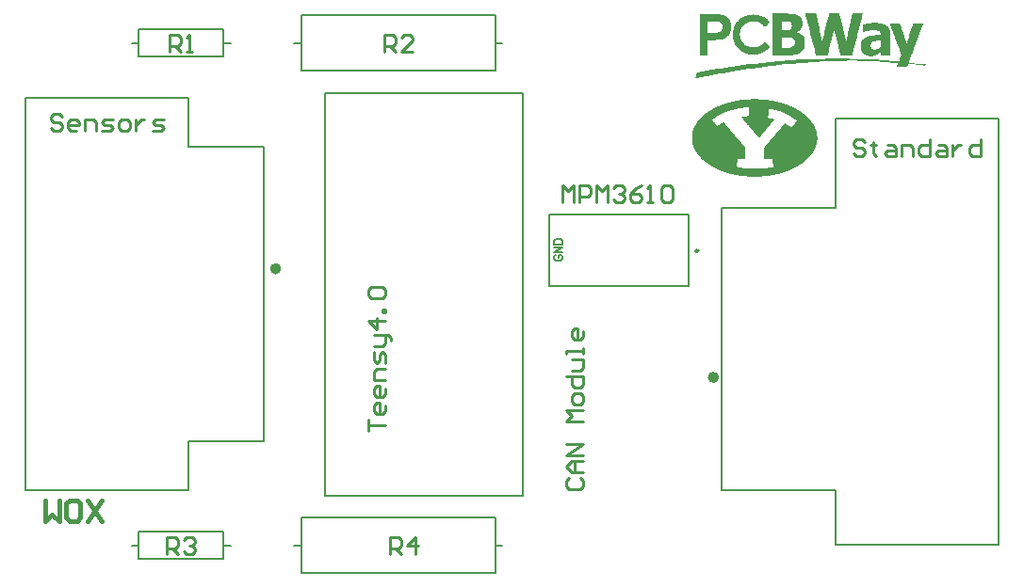
<source format=gbr>
%TF.GenerationSoftware,Altium Limited,Altium Designer,25.1.2 (22)*%
G04 Layer_Color=65535*
%FSLAX45Y45*%
%MOMM*%
%TF.SameCoordinates,4AB4E51C-7D8D-4115-BE14-3C7980B33CB2*%
%TF.FilePolarity,Positive*%
%TF.FileFunction,Legend,Top*%
%TF.Part,Single*%
G01*
G75*
%TA.AperFunction,NonConductor*%
%ADD23C,0.25000*%
%ADD24C,0.50000*%
%ADD25C,0.12700*%
%ADD26C,0.20000*%
%ADD27C,0.15240*%
%ADD28C,0.38100*%
%ADD29C,0.20320*%
%ADD30C,0.25400*%
G36*
X6906106Y5409815D02*
X6940743D01*
Y5405967D01*
X6956136D01*
Y5402118D01*
X6967682D01*
Y5398270D01*
X6975379D01*
Y5394421D01*
X6986924D01*
Y5390573D01*
X6994621D01*
Y5386724D01*
X7002318D01*
Y5382876D01*
X7006167D01*
Y5379027D01*
X7013864D01*
Y5375179D01*
X7017712D01*
Y5371330D01*
X7025409D01*
Y5367482D01*
X7029258D01*
Y5363633D01*
X7033106D01*
Y5359785D01*
X7036955D01*
Y5352088D01*
X7040803D01*
Y5348239D01*
X7044652D01*
Y5344391D01*
X7048500D01*
Y5340543D01*
X7044652D01*
Y5336694D01*
X7040803D01*
Y5332846D01*
X7036955D01*
Y5328997D01*
X7033106D01*
Y5325149D01*
X7029258D01*
Y5321300D01*
X7025409D01*
Y5317452D01*
X7021561D01*
Y5313603D01*
X7017712D01*
Y5309755D01*
X7013864D01*
Y5305906D01*
X7010015D01*
Y5302058D01*
X7002318D01*
Y5305906D01*
X6998470D01*
Y5309755D01*
X6990773D01*
Y5313603D01*
X6986924D01*
Y5317452D01*
X6983076D01*
Y5321300D01*
X6979227D01*
Y5325149D01*
X6971530D01*
Y5328997D01*
X6963833D01*
Y5332846D01*
X6959985D01*
Y5336694D01*
X6948439D01*
Y5340543D01*
X6940743D01*
Y5344391D01*
X6921500D01*
Y5348239D01*
X6875318D01*
Y5344391D01*
X6856076D01*
Y5340543D01*
X6848379D01*
Y5336694D01*
X6840682D01*
Y5332846D01*
X6832985D01*
Y5328997D01*
X6829136D01*
Y5325149D01*
X6825288D01*
Y5321300D01*
X6817591D01*
Y5317452D01*
X6813743D01*
Y5313603D01*
X6809894D01*
Y5309755D01*
X6806046D01*
Y5305906D01*
X6802197D01*
Y5298209D01*
X6798349D01*
Y5294361D01*
X6794500D01*
Y5286664D01*
X6790652D01*
Y5278967D01*
X6786803D01*
Y5267421D01*
X6782955D01*
Y5244330D01*
X6779106D01*
Y5221239D01*
X6782955D01*
Y5198149D01*
X6786803D01*
Y5186603D01*
X6790652D01*
Y5178906D01*
X6794500D01*
Y5171209D01*
X6798349D01*
Y5163512D01*
X6802197D01*
Y5159664D01*
X6806046D01*
Y5155815D01*
X6809894D01*
Y5151967D01*
X6813743D01*
Y5148118D01*
X6817591D01*
Y5144270D01*
X6821439D01*
Y5140421D01*
X6825288D01*
Y5136573D01*
X6832985D01*
Y5132724D01*
X6836833D01*
Y5128876D01*
X6844530D01*
Y5125027D01*
X6856076D01*
Y5121179D01*
X6867621D01*
Y5117330D01*
X6929197D01*
Y5121179D01*
X6944591D01*
Y5125027D01*
X6956136D01*
Y5128876D01*
X6959985D01*
Y5132724D01*
X6967682D01*
Y5136573D01*
X6975379D01*
Y5140421D01*
X6979227D01*
Y5144270D01*
X6983076D01*
Y5148118D01*
X6986924D01*
Y5151967D01*
X6994621D01*
Y5155815D01*
X6998470D01*
Y5159664D01*
X7002318D01*
Y5163512D01*
X7006167D01*
Y5159664D01*
X7010015D01*
Y5155815D01*
X7013864D01*
Y5151967D01*
X7017712D01*
Y5148118D01*
X7021561D01*
Y5144270D01*
X7025409D01*
Y5140421D01*
X7029258D01*
Y5136573D01*
X7033106D01*
Y5132724D01*
X7036955D01*
Y5128876D01*
X7040803D01*
Y5125027D01*
X7044652D01*
Y5113482D01*
X7040803D01*
Y5109633D01*
X7036955D01*
Y5105785D01*
X7033106D01*
Y5101936D01*
X7025409D01*
Y5098088D01*
X7021561D01*
Y5094239D01*
X7017712D01*
Y5090391D01*
X7013864D01*
Y5086543D01*
X7010015D01*
Y5082694D01*
X7002318D01*
Y5078846D01*
X6998470D01*
Y5074997D01*
X6986924D01*
Y5071149D01*
X6983076D01*
Y5067300D01*
X6971530D01*
Y5063452D01*
X6959985D01*
Y5059603D01*
X6944591D01*
Y5055755D01*
X6921500D01*
Y5051906D01*
X6875318D01*
Y5055755D01*
X6852227D01*
Y5059603D01*
X6836833D01*
Y5063452D01*
X6825288D01*
Y5067300D01*
X6817591D01*
Y5071149D01*
X6809894D01*
Y5074997D01*
X6802197D01*
Y5078846D01*
X6794500D01*
Y5082694D01*
X6786803D01*
Y5086543D01*
X6782955D01*
Y5090391D01*
X6779106D01*
Y5094239D01*
X6775258D01*
Y5098088D01*
X6771409D01*
Y5101936D01*
X6767561D01*
Y5105785D01*
X6763712D01*
Y5109633D01*
X6759864D01*
Y5113482D01*
X6756015D01*
Y5117330D01*
X6752167D01*
Y5121179D01*
X6748318D01*
Y5128876D01*
X6744470D01*
Y5132724D01*
X6740621D01*
Y5136573D01*
X6736773D01*
Y5144270D01*
X6732924D01*
Y5151967D01*
X6729076D01*
Y5163512D01*
X6725227D01*
Y5175058D01*
X6721379D01*
Y5190452D01*
X6717530D01*
Y5221239D01*
X6713682D01*
Y5244330D01*
X6717530D01*
Y5275118D01*
X6721379D01*
Y5286664D01*
X6725227D01*
Y5302058D01*
X6729076D01*
Y5309755D01*
X6732924D01*
Y5317452D01*
X6736773D01*
Y5325149D01*
X6740621D01*
Y5328997D01*
X6744470D01*
Y5336694D01*
X6748318D01*
Y5340543D01*
X6752167D01*
Y5344391D01*
X6756015D01*
Y5348239D01*
X6759864D01*
Y5352088D01*
X6763712D01*
Y5359785D01*
X6767561D01*
Y5363633D01*
X6771409D01*
Y5367482D01*
X6775258D01*
Y5371330D01*
X6782955D01*
Y5375179D01*
X6786803D01*
Y5379027D01*
X6790652D01*
Y5382876D01*
X6798349D01*
Y5386724D01*
X6806046D01*
Y5390573D01*
X6813743D01*
Y5394421D01*
X6821439D01*
Y5398270D01*
X6832985D01*
Y5402118D01*
X6844530D01*
Y5405967D01*
X6856076D01*
Y5409815D01*
X6894561D01*
Y5413664D01*
X6906106D01*
Y5409815D01*
D02*
G37*
G36*
X7883621Y5413664D02*
X7879773D01*
Y5398270D01*
X7875924D01*
Y5382876D01*
X7872076D01*
Y5367482D01*
X7868227D01*
Y5352088D01*
X7864379D01*
Y5336694D01*
X7860530D01*
Y5321300D01*
X7856682D01*
Y5305906D01*
X7852833D01*
Y5286664D01*
X7848985D01*
Y5275118D01*
X7845136D01*
Y5259724D01*
X7841288D01*
Y5244330D01*
X7837439D01*
Y5228936D01*
X7833591D01*
Y5209694D01*
X7829743D01*
Y5194300D01*
X7825894D01*
Y5182755D01*
X7822046D01*
Y5167361D01*
X7818197D01*
Y5155815D01*
X7814349D01*
Y5140421D01*
X7810500D01*
Y5125027D01*
X7806652D01*
Y5109633D01*
X7802803D01*
Y5094239D01*
X7798955D01*
Y5074997D01*
X7795106D01*
Y5059603D01*
X7791258D01*
Y5048058D01*
X7787409D01*
Y5044209D01*
X7683500D01*
Y5055755D01*
X7679652D01*
Y5071149D01*
X7675803D01*
Y5086543D01*
X7671955D01*
Y5101936D01*
X7668106D01*
Y5117330D01*
X7664258D01*
Y5132724D01*
X7660409D01*
Y5148118D01*
X7656561D01*
Y5163512D01*
X7652712D01*
Y5178906D01*
X7648864D01*
Y5194300D01*
X7645015D01*
Y5209694D01*
X7641167D01*
Y5221239D01*
X7637318D01*
Y5240482D01*
X7633470D01*
Y5255876D01*
X7629621D01*
Y5263573D01*
X7625773D01*
Y5271270D01*
X7621924D01*
Y5259724D01*
X7618076D01*
Y5244330D01*
X7614227D01*
Y5232785D01*
X7610379D01*
Y5213543D01*
X7606530D01*
Y5198149D01*
X7602682D01*
Y5182755D01*
X7598833D01*
Y5167361D01*
X7594985D01*
Y5151967D01*
X7591136D01*
Y5136573D01*
X7587288D01*
Y5121179D01*
X7583439D01*
Y5105785D01*
X7579591D01*
Y5090391D01*
X7575743D01*
Y5071149D01*
X7571894D01*
Y5055755D01*
X7568046D01*
Y5044209D01*
X7464136D01*
Y5048058D01*
X7460288D01*
Y5063452D01*
X7456439D01*
Y5074997D01*
X7452591D01*
Y5094239D01*
X7448743D01*
Y5109633D01*
X7444894D01*
Y5125027D01*
X7441046D01*
Y5136573D01*
X7437197D01*
Y5148118D01*
X7433349D01*
Y5163512D01*
X7429500D01*
Y5178906D01*
X7425652D01*
Y5194300D01*
X7421803D01*
Y5209694D01*
X7417955D01*
Y5225088D01*
X7414106D01*
Y5240482D01*
X7410258D01*
Y5248179D01*
Y5252027D01*
Y5255876D01*
X7406409D01*
Y5275118D01*
X7402561D01*
Y5286664D01*
X7398712D01*
Y5305906D01*
X7394864D01*
Y5321300D01*
X7391015D01*
Y5332846D01*
X7387167D01*
Y5352088D01*
X7383318D01*
Y5367482D01*
X7379470D01*
Y5382876D01*
X7375621D01*
Y5390573D01*
X7371773D01*
Y5405967D01*
X7367924D01*
Y5421361D01*
X7464136D01*
Y5417512D01*
X7467985D01*
Y5398270D01*
X7471833D01*
Y5379027D01*
X7475682D01*
Y5359785D01*
X7479530D01*
Y5340543D01*
X7483379D01*
Y5321300D01*
X7487227D01*
Y5302058D01*
X7491076D01*
Y5282815D01*
X7494924D01*
Y5263573D01*
X7498773D01*
Y5244330D01*
X7502621D01*
Y5232785D01*
X7506470D01*
Y5213543D01*
X7510318D01*
Y5194300D01*
X7514167D01*
Y5175058D01*
X7518015D01*
Y5178906D01*
X7521864D01*
Y5194300D01*
X7525712D01*
Y5209694D01*
X7529561D01*
Y5225088D01*
X7533409D01*
Y5240482D01*
X7537258D01*
Y5255876D01*
X7541106D01*
Y5271270D01*
X7544955D01*
Y5290512D01*
X7548803D01*
Y5305906D01*
X7552652D01*
Y5321300D01*
X7556500D01*
Y5336694D01*
X7560349D01*
Y5352088D01*
X7564197D01*
Y5363633D01*
X7568046D01*
Y5379027D01*
X7571894D01*
Y5390573D01*
X7575743D01*
Y5405967D01*
X7579591D01*
Y5421361D01*
X7671955D01*
Y5417512D01*
X7675803D01*
Y5402118D01*
X7679652D01*
Y5386724D01*
X7683500D01*
Y5371330D01*
X7687349D01*
Y5352088D01*
X7691197D01*
Y5340543D01*
X7695046D01*
Y5325149D01*
X7698894D01*
Y5309755D01*
X7702743D01*
Y5294361D01*
X7706591D01*
Y5275118D01*
X7710439D01*
Y5259724D01*
X7714288D01*
Y5244330D01*
X7718136D01*
Y5228936D01*
X7721985D01*
Y5209694D01*
X7725833D01*
Y5194300D01*
X7729682D01*
Y5178906D01*
X7733530D01*
Y5175058D01*
X7737379D01*
Y5194300D01*
X7741227D01*
Y5213543D01*
X7745076D01*
Y5228936D01*
X7748924D01*
Y5248179D01*
X7752773D01*
Y5267421D01*
X7756621D01*
Y5278967D01*
X7760470D01*
Y5298209D01*
X7764318D01*
Y5313603D01*
X7768167D01*
Y5332846D01*
X7772015D01*
Y5352088D01*
X7775864D01*
Y5371330D01*
X7779712D01*
Y5386724D01*
X7783561D01*
Y5405967D01*
X7787409D01*
Y5421361D01*
X7883621D01*
Y5413664D01*
D02*
G37*
G36*
X8422409Y5317452D02*
X8418561D01*
Y5305906D01*
X8414712D01*
Y5294361D01*
X8410864D01*
Y5282815D01*
X8407015D01*
Y5271270D01*
X8403167D01*
Y5263573D01*
X8399318D01*
Y5252027D01*
X8395470D01*
Y5240482D01*
X8391621D01*
Y5232785D01*
X8387773D01*
Y5221239D01*
X8383924D01*
Y5213543D01*
X8380076D01*
Y5201997D01*
X8376227D01*
Y5190452D01*
X8372379D01*
Y5178906D01*
X8368530D01*
Y5171209D01*
X8364682D01*
Y5159664D01*
X8360833D01*
Y5148118D01*
X8356985D01*
Y5136573D01*
X8353136D01*
Y5125027D01*
X8349288D01*
Y5117330D01*
X8345439D01*
Y5105785D01*
X8341591D01*
Y5094239D01*
X8337743D01*
Y5082694D01*
X8333894D01*
Y5074997D01*
X8330046D01*
Y5063452D01*
X8326197D01*
Y5055755D01*
X8322349D01*
Y5048058D01*
X8318500D01*
Y5036512D01*
X8314652D01*
Y5024967D01*
X8310803D01*
Y5013421D01*
X8306955D01*
Y5001876D01*
X8303106D01*
Y4994179D01*
X8299258D01*
Y4978785D01*
X8322349D01*
Y4974936D01*
X8353136D01*
Y4971088D01*
X8383924D01*
Y4967239D01*
X8418561D01*
Y4963391D01*
X8453197D01*
Y4959543D01*
X8449349D01*
Y4955694D01*
X8445500D01*
Y4951846D01*
X8430106D01*
Y4955694D01*
X8387773D01*
Y4959543D01*
X8356985D01*
Y4963391D01*
X8314652D01*
Y4967239D01*
X8310803D01*
Y4963391D01*
X8303106D01*
Y4967239D01*
X8291561D01*
Y4963391D01*
X8287712D01*
Y4947997D01*
X8283864D01*
Y4940300D01*
X8187652D01*
Y4947997D01*
X8191500D01*
Y4959543D01*
X8195349D01*
Y4967239D01*
X8199197D01*
Y4974936D01*
X8176106D01*
Y4978785D01*
X8126076D01*
Y4982633D01*
X8083743D01*
Y4986482D01*
X8033712D01*
Y4990330D01*
X7956743D01*
Y4994179D01*
X7837439D01*
Y4998027D01*
X7737379D01*
Y4994179D01*
X7598833D01*
Y4990330D01*
X7498773D01*
Y4986482D01*
X7441046D01*
Y4982633D01*
X7391015D01*
Y4978785D01*
X7329439D01*
Y4974936D01*
X7283258D01*
Y4971088D01*
X7244773D01*
Y4967239D01*
X7202439D01*
Y4963391D01*
X7156258D01*
Y4959543D01*
X7137015D01*
Y4955694D01*
X7106227D01*
Y4951846D01*
X7067743D01*
Y4947997D01*
X7033106D01*
Y4944149D01*
X7010015D01*
Y4940300D01*
X6975379D01*
Y4936452D01*
X6940743D01*
Y4932603D01*
X6917652D01*
Y4928755D01*
X6890712D01*
Y4924906D01*
X6859924D01*
Y4921058D01*
X6836833D01*
Y4917209D01*
X6813743D01*
Y4913361D01*
X6786803D01*
Y4909512D01*
X6759864D01*
Y4905664D01*
X6736773D01*
Y4901815D01*
X6713682D01*
Y4897967D01*
X6686743D01*
Y4894118D01*
X6663652D01*
Y4890270D01*
X6652106D01*
Y4886421D01*
X6625167D01*
Y4882573D01*
X6602076D01*
Y4878724D01*
X6582833D01*
Y4874876D01*
X6559743D01*
Y4871027D01*
X6536652D01*
Y4867179D01*
X6517409D01*
Y4863330D01*
X6502015D01*
Y4859482D01*
X6475076D01*
Y4855633D01*
X6455833D01*
Y4851785D01*
X6436591D01*
Y4847936D01*
X6409652D01*
Y4844088D01*
X6394258D01*
Y4840239D01*
X6378864D01*
Y4851785D01*
X6382712D01*
Y4871027D01*
X6386561D01*
Y4886421D01*
X6390409D01*
Y4890270D01*
X6398106D01*
Y4894118D01*
X6417349D01*
Y4897967D01*
X6436591D01*
Y4901815D01*
X6463530D01*
Y4905664D01*
X6482773D01*
Y4909512D01*
X6502015D01*
Y4913361D01*
X6528955D01*
Y4917209D01*
X6555894D01*
Y4921058D01*
X6575136D01*
Y4924906D01*
X6602076D01*
Y4928755D01*
X6629015D01*
Y4932603D01*
X6652106D01*
Y4936452D01*
X6675197D01*
Y4940300D01*
X6705985D01*
Y4944149D01*
X6732924D01*
Y4947997D01*
X6759864D01*
Y4951846D01*
X6786803D01*
Y4955694D01*
X6809894D01*
Y4959543D01*
X6836833D01*
Y4963391D01*
X6867621D01*
Y4967239D01*
X6906106D01*
Y4971088D01*
X6933046D01*
Y4974936D01*
X6936894D01*
Y4971088D01*
X6940743D01*
Y4974936D01*
X6967682D01*
Y4978785D01*
X7013864D01*
Y4982633D01*
X7052349D01*
Y4986482D01*
X7090833D01*
Y4990330D01*
X7129318D01*
Y4994179D01*
X7183197D01*
Y4998027D01*
X7233227D01*
Y5001876D01*
X7283258D01*
Y5005724D01*
X7356379D01*
Y5009573D01*
X7433349D01*
Y5013421D01*
X7548803D01*
Y5017270D01*
X7768167D01*
Y5013421D01*
X7868227D01*
Y5009573D01*
X7872076D01*
Y5013421D01*
X7879773D01*
Y5009573D01*
X7960591D01*
Y5005724D01*
X8029864D01*
Y5001876D01*
X8076046D01*
Y4998027D01*
X8118379D01*
Y4994179D01*
X8172258D01*
Y4990330D01*
X8206894D01*
Y4994179D01*
X8210743D01*
Y5005724D01*
X8214591D01*
Y5017270D01*
X8218439D01*
Y5024967D01*
X8222288D01*
Y5036512D01*
X8226136D01*
Y5044209D01*
X8229985D01*
Y5055755D01*
X8226136D01*
Y5067300D01*
X8222288D01*
Y5074997D01*
X8218439D01*
Y5086543D01*
X8214591D01*
Y5098088D01*
X8210743D01*
Y5109633D01*
X8206894D01*
Y5117330D01*
X8203046D01*
Y5128876D01*
X8199197D01*
Y5136573D01*
X8195349D01*
Y5148118D01*
X8191500D01*
Y5155815D01*
X8187652D01*
Y5167361D01*
X8183803D01*
Y5178906D01*
X8179955D01*
Y5190452D01*
X8176106D01*
Y5198149D01*
X8172258D01*
Y5209694D01*
X8168409D01*
Y5217391D01*
X8164561D01*
Y5228936D01*
X8160712D01*
Y5240482D01*
X8156864D01*
Y5252027D01*
X8153015D01*
Y5259724D01*
X8149167D01*
Y5271270D01*
X8145318D01*
Y5282815D01*
X8141470D01*
Y5294361D01*
X8137621D01*
Y5302058D01*
X8133773D01*
Y5309755D01*
X8129924D01*
Y5321300D01*
X8126076D01*
Y5328997D01*
X8218439D01*
Y5325149D01*
X8222288D01*
Y5313603D01*
X8226136D01*
Y5302058D01*
X8229985D01*
Y5286664D01*
X8233833D01*
Y5275118D01*
X8237682D01*
Y5263573D01*
X8241530D01*
Y5252027D01*
X8245379D01*
Y5240482D01*
X8249227D01*
Y5228936D01*
X8253076D01*
Y5217391D01*
X8256924D01*
Y5205846D01*
X8260773D01*
Y5194300D01*
X8264621D01*
Y5186603D01*
X8268470D01*
Y5175058D01*
X8272318D01*
Y5163512D01*
X8276167D01*
Y5155815D01*
X8280015D01*
Y5159664D01*
X8283864D01*
Y5175058D01*
X8287712D01*
Y5186603D01*
X8291561D01*
Y5198149D01*
X8295409D01*
Y5209694D01*
X8299258D01*
Y5221239D01*
X8303106D01*
Y5236633D01*
X8306955D01*
Y5248179D01*
X8310803D01*
Y5259724D01*
X8314652D01*
Y5271270D01*
X8318500D01*
Y5286664D01*
X8322349D01*
Y5298209D01*
X8326197D01*
Y5309755D01*
X8330046D01*
Y5317452D01*
X8333894D01*
Y5328997D01*
X8422409D01*
Y5317452D01*
D02*
G37*
G36*
X8022167Y5332846D02*
X8049106D01*
Y5328997D01*
X8064500D01*
Y5325149D01*
X8076046D01*
Y5321300D01*
X8083743D01*
Y5317452D01*
X8091439D01*
Y5313603D01*
X8095288D01*
Y5309755D01*
X8102985D01*
Y5305906D01*
X8106833D01*
Y5302058D01*
X8110682D01*
Y5298209D01*
X8114530D01*
Y5290512D01*
X8118379D01*
Y5282815D01*
X8122227D01*
Y5271270D01*
X8126076D01*
Y5252027D01*
X8129924D01*
Y5044209D01*
X8041409D01*
Y5051906D01*
Y5055755D01*
Y5071149D01*
X8037561D01*
Y5067300D01*
X8029864D01*
Y5063452D01*
X8026015D01*
Y5059603D01*
X8022167D01*
Y5055755D01*
X8014470D01*
Y5051906D01*
X8006773D01*
Y5048058D01*
X7999076D01*
Y5044209D01*
X7991379D01*
Y5040361D01*
X7975985D01*
Y5036512D01*
X7933652D01*
Y5040361D01*
X7918258D01*
Y5044209D01*
X7910561D01*
Y5048058D01*
X7902864D01*
Y5051906D01*
X7899015D01*
Y5055755D01*
X7895167D01*
Y5059603D01*
X7887470D01*
Y5063452D01*
X7883621D01*
Y5067300D01*
X7879773D01*
Y5074997D01*
X7875924D01*
Y5078846D01*
X7872076D01*
Y5086543D01*
X7868227D01*
Y5101936D01*
X7864379D01*
Y5151967D01*
X7868227D01*
Y5167361D01*
X7872076D01*
Y5175058D01*
X7875924D01*
Y5178906D01*
X7879773D01*
Y5186603D01*
X7887470D01*
Y5190452D01*
X7891318D01*
Y5194300D01*
X7895167D01*
Y5198149D01*
X7899015D01*
Y5201997D01*
X7906712D01*
Y5205846D01*
X7914409D01*
Y5209694D01*
X7922106D01*
Y5213543D01*
X7933652D01*
Y5217391D01*
X7949046D01*
Y5221239D01*
X7968288D01*
Y5225088D01*
X7991379D01*
Y5228936D01*
X8033712D01*
Y5232785D01*
X8041409D01*
Y5248179D01*
X8037561D01*
Y5255876D01*
X8033712D01*
Y5259724D01*
X8029864D01*
Y5263573D01*
X8026015D01*
Y5267421D01*
X8014470D01*
Y5271270D01*
X7987530D01*
Y5275118D01*
X7964439D01*
Y5271270D01*
X7941349D01*
Y5267421D01*
X7925955D01*
Y5263573D01*
X7914409D01*
Y5259724D01*
X7902864D01*
Y5255876D01*
X7895167D01*
Y5252027D01*
X7891318D01*
Y5255876D01*
X7887470D01*
Y5321300D01*
X7891318D01*
Y5325149D01*
X7906712D01*
Y5328997D01*
X7929803D01*
Y5332846D01*
X7960591D01*
Y5336694D01*
X8022167D01*
Y5332846D01*
D02*
G37*
G36*
X7217833Y5417512D02*
X7267864D01*
Y5413664D01*
X7283258D01*
Y5409815D01*
X7294803D01*
Y5405967D01*
X7302500D01*
Y5402118D01*
X7306349D01*
Y5398270D01*
X7314046D01*
Y5394421D01*
X7317894D01*
Y5390573D01*
X7321743D01*
Y5386724D01*
X7325591D01*
Y5382876D01*
X7329439D01*
Y5379027D01*
X7333288D01*
Y5371330D01*
X7337136D01*
Y5359785D01*
X7340985D01*
Y5340543D01*
X7344833D01*
Y5325149D01*
X7340985D01*
Y5305906D01*
X7337136D01*
Y5294361D01*
X7333288D01*
Y5286664D01*
X7329439D01*
Y5278967D01*
X7325591D01*
Y5275118D01*
X7321743D01*
Y5271270D01*
X7317894D01*
Y5267421D01*
X7314046D01*
Y5263573D01*
X7306349D01*
Y5259724D01*
X7302500D01*
Y5255876D01*
X7294803D01*
Y5248179D01*
X7306349D01*
Y5244330D01*
X7317894D01*
Y5240482D01*
X7325591D01*
Y5236633D01*
X7329439D01*
Y5232785D01*
X7337136D01*
Y5228936D01*
X7340985D01*
Y5225088D01*
X7344833D01*
Y5221239D01*
X7348682D01*
Y5213543D01*
X7352530D01*
Y5209694D01*
X7356379D01*
Y5198149D01*
X7360227D01*
Y5113482D01*
X7356379D01*
Y5105785D01*
X7352530D01*
Y5098088D01*
X7348682D01*
Y5094239D01*
X7344833D01*
Y5086543D01*
X7340985D01*
Y5082694D01*
X7337136D01*
Y5078846D01*
X7333288D01*
Y5074997D01*
X7329439D01*
Y5071149D01*
X7321743D01*
Y5067300D01*
X7317894D01*
Y5063452D01*
X7310197D01*
Y5059603D01*
X7302500D01*
Y5055755D01*
X7290955D01*
Y5051906D01*
X7279409D01*
Y5048058D01*
X7260167D01*
Y5044209D01*
X7067743D01*
Y5417512D01*
X7071591D01*
Y5421361D01*
X7217833D01*
Y5417512D01*
D02*
G37*
G36*
X6609773Y5409815D02*
X6629015D01*
Y5405967D01*
X6640561D01*
Y5402118D01*
X6648258D01*
Y5398270D01*
X6655955D01*
Y5394421D01*
X6659803D01*
Y5390573D01*
X6663652D01*
Y5386724D01*
X6667500D01*
Y5382876D01*
X6671349D01*
Y5379027D01*
X6675197D01*
Y5375179D01*
X6679046D01*
Y5371330D01*
X6682894D01*
Y5367482D01*
X6686743D01*
Y5359785D01*
X6690591D01*
Y5348239D01*
X6694439D01*
Y5336694D01*
X6698288D01*
Y5313603D01*
X6702136D01*
Y5286664D01*
X6698288D01*
Y5263573D01*
X6694439D01*
Y5252027D01*
X6690591D01*
Y5244330D01*
X6686743D01*
Y5236633D01*
X6682894D01*
Y5232785D01*
X6679046D01*
Y5225088D01*
X6675197D01*
Y5221239D01*
X6671349D01*
Y5217391D01*
X6667500D01*
Y5213543D01*
X6663652D01*
Y5209694D01*
X6655955D01*
Y5205846D01*
X6652106D01*
Y5201997D01*
X6644409D01*
Y5198149D01*
X6636712D01*
Y5194300D01*
X6629015D01*
Y5190452D01*
X6613621D01*
Y5186603D01*
X6563591D01*
Y5182755D01*
X6490470D01*
Y5044209D01*
X6417349D01*
Y5067300D01*
Y5071149D01*
Y5413664D01*
X6609773D01*
Y5409815D01*
D02*
G37*
G36*
X6943054Y4649142D02*
X6975144D01*
Y4647359D01*
X6976927D01*
Y4649142D01*
X6978710D01*
Y4647359D01*
X7001886D01*
Y4645576D01*
X7017932D01*
Y4643793D01*
X7030411D01*
Y4642010D01*
X7041108D01*
Y4640227D01*
X7055371D01*
Y4638445D01*
X7066068D01*
Y4636662D01*
X7076764D01*
Y4634879D01*
X7083896D01*
Y4633096D01*
X7091027D01*
Y4631313D01*
X7101724D01*
Y4629530D01*
X7108855D01*
Y4627748D01*
X7117769D01*
Y4625965D01*
X7123117D01*
Y4624182D01*
X7128466D01*
Y4622399D01*
X7137380D01*
Y4620617D01*
X7144511D01*
Y4618834D01*
X7149859D01*
Y4617051D01*
X7155208D01*
Y4615268D01*
X7162339D01*
Y4613485D01*
X7167688D01*
Y4611702D01*
X7173036D01*
Y4609920D01*
X7178384D01*
Y4608137D01*
X7181950D01*
Y4606354D01*
X7189081D01*
Y4604571D01*
X7194430D01*
Y4602788D01*
X7199778D01*
Y4601006D01*
X7203344D01*
Y4599223D01*
X7206909D01*
Y4597440D01*
X7212258D01*
Y4595657D01*
X7217606D01*
Y4593874D01*
X7222955D01*
Y4592092D01*
X7224737D01*
Y4590309D01*
X7230086D01*
Y4588526D01*
X7233652D01*
Y4586743D01*
X7239000D01*
Y4584960D01*
X7242566D01*
Y4583178D01*
X7246131D01*
Y4581395D01*
X7249697D01*
Y4579612D01*
X7255045D01*
Y4577829D01*
X7258611D01*
Y4576046D01*
X7260394D01*
Y4574264D01*
X7263959D01*
Y4572481D01*
X7269308D01*
Y4570698D01*
X7272873D01*
Y4568915D01*
X7276439D01*
Y4567132D01*
X7278222D01*
Y4565350D01*
X7281787D01*
Y4563567D01*
X7285353D01*
Y4561784D01*
X7288919D01*
Y4560001D01*
X7292484D01*
Y4558218D01*
X7294267D01*
Y4556435D01*
X7297832D01*
Y4554653D01*
X7301398D01*
Y4552870D01*
X7304964D01*
Y4551087D01*
X7306747D01*
Y4549304D01*
X7310312D01*
Y4547522D01*
X7312095D01*
Y4545739D01*
X7315661D01*
Y4543956D01*
X7319226D01*
Y4542173D01*
X7321009D01*
Y4540390D01*
X7322792D01*
Y4538607D01*
X7326357D01*
Y4536825D01*
X7328140D01*
Y4535042D01*
X7331706D01*
Y4533259D01*
X7333489D01*
Y4531476D01*
X7335272D01*
Y4529693D01*
X7338837D01*
Y4527910D01*
X7342403D01*
Y4526128D01*
X7344185D01*
Y4524345D01*
X7345968D01*
Y4522562D01*
X7347751D01*
Y4520779D01*
X7351317D01*
Y4518997D01*
X7353100D01*
Y4517214D01*
X7354882D01*
Y4515431D01*
X7356665D01*
Y4513648D01*
X7360231D01*
Y4511865D01*
X7362014D01*
Y4510082D01*
X7363797D01*
Y4508300D01*
X7365579D01*
Y4506517D01*
X7367362D01*
Y4504734D01*
X7370928D01*
Y4502951D01*
X7372710D01*
Y4501169D01*
X7374493D01*
Y4499386D01*
X7376276D01*
Y4497603D01*
X7378059D01*
Y4495820D01*
X7379842D01*
Y4494037D01*
X7381625D01*
Y4492254D01*
X7383407D01*
Y4490472D01*
X7385190D01*
Y4488689D01*
X7386973D01*
Y4486906D01*
X7388756D01*
Y4485123D01*
X7390538D01*
Y4483340D01*
X7392321D01*
Y4481557D01*
X7394104D01*
Y4479775D01*
X7395887D01*
Y4477992D01*
X7397670D01*
Y4476209D01*
X7399453D01*
Y4474426D01*
X7401235D01*
Y4472644D01*
X7403018D01*
Y4470861D01*
X7404801D01*
Y4469078D01*
X7406584D01*
Y4467295D01*
X7408367D01*
Y4465512D01*
X7410150D01*
Y4461947D01*
X7411932D01*
Y4460164D01*
X7413715D01*
Y4458381D01*
X7415498D01*
Y4456598D01*
X7417281D01*
Y4453033D01*
X7419063D01*
Y4451250D01*
X7420846D01*
Y4449467D01*
X7422629D01*
Y4445901D01*
X7424412D01*
Y4444119D01*
X7426195D01*
Y4442336D01*
X7427978D01*
Y4438770D01*
X7429760D01*
Y4436987D01*
X7431543D01*
Y4435204D01*
X7433326D01*
Y4431639D01*
X7435109D01*
Y4429856D01*
X7436892D01*
Y4426291D01*
X7438674D01*
Y4422725D01*
X7440457D01*
Y4419159D01*
X7442240D01*
Y4417376D01*
X7444023D01*
Y4413811D01*
X7445806D01*
Y4410245D01*
X7447588D01*
Y4406680D01*
X7449371D01*
Y4403114D01*
X7451154D01*
Y4399548D01*
X7452937D01*
Y4395983D01*
X7454720D01*
Y4390634D01*
X7456502D01*
Y4387069D01*
X7458285D01*
Y4383503D01*
X7460068D01*
Y4378155D01*
X7461851D01*
Y4372806D01*
X7463634D01*
Y4365675D01*
X7465416D01*
Y4360327D01*
X7467199D01*
Y4353196D01*
X7468982D01*
Y4346064D01*
X7470765D01*
Y4335367D01*
X7472548D01*
Y4317539D01*
X7474330D01*
Y4285449D01*
X7472548D01*
Y4267621D01*
X7470765D01*
Y4256924D01*
X7468982D01*
Y4248010D01*
X7467199D01*
Y4242661D01*
X7465416D01*
Y4237313D01*
X7463634D01*
Y4230182D01*
X7461851D01*
Y4224833D01*
X7460068D01*
Y4219485D01*
X7458285D01*
Y4215919D01*
X7456502D01*
Y4212354D01*
X7454720D01*
Y4207005D01*
X7452937D01*
Y4203440D01*
X7451154D01*
Y4199874D01*
X7449371D01*
Y4196308D01*
X7447588D01*
Y4192743D01*
X7445806D01*
Y4189177D01*
X7444023D01*
Y4185611D01*
X7442240D01*
Y4183829D01*
X7440457D01*
Y4180263D01*
X7438674D01*
Y4176698D01*
X7436892D01*
Y4174915D01*
X7435109D01*
Y4171349D01*
X7433326D01*
Y4167783D01*
X7431543D01*
Y4166001D01*
X7429760D01*
Y4164218D01*
X7427978D01*
Y4160652D01*
X7426195D01*
Y4158870D01*
X7424412D01*
Y4157087D01*
X7422629D01*
Y4153521D01*
X7420846D01*
Y4151738D01*
X7419063D01*
Y4149955D01*
X7417281D01*
Y4146390D01*
X7415498D01*
Y4144607D01*
X7413715D01*
Y4142824D01*
X7411932D01*
Y4141041D01*
X7410150D01*
Y4137476D01*
X7408367D01*
Y4135693D01*
X7406584D01*
Y4133910D01*
X7404801D01*
Y4132127D01*
X7403018D01*
Y4130345D01*
X7401235D01*
Y4128562D01*
X7399453D01*
Y4126779D01*
X7397670D01*
Y4124996D01*
X7395887D01*
Y4123213D01*
X7394104D01*
Y4121430D01*
X7392321D01*
Y4119648D01*
X7390538D01*
Y4117865D01*
X7388756D01*
Y4116082D01*
X7386973D01*
Y4114299D01*
X7385190D01*
Y4112516D01*
X7383407D01*
Y4110733D01*
X7381625D01*
Y4108951D01*
X7379842D01*
Y4107168D01*
X7378059D01*
Y4105385D01*
X7376276D01*
Y4103602D01*
X7374493D01*
Y4101820D01*
X7372710D01*
Y4100037D01*
X7369145D01*
Y4098254D01*
X7367362D01*
Y4096471D01*
X7365579D01*
Y4094688D01*
X7363797D01*
Y4092905D01*
X7362014D01*
Y4091123D01*
X7360231D01*
Y4089340D01*
X7356665D01*
Y4087557D01*
X7354882D01*
Y4085774D01*
X7353100D01*
Y4083992D01*
X7349534D01*
Y4082209D01*
X7347751D01*
Y4080426D01*
X7345968D01*
Y4078643D01*
X7344185D01*
Y4076860D01*
X7340620D01*
Y4075077D01*
X7338837D01*
Y4073295D01*
X7335272D01*
Y4071512D01*
X7333489D01*
Y4069729D01*
X7331706D01*
Y4067946D01*
X7328140D01*
Y4066163D01*
X7326357D01*
Y4064380D01*
X7322792D01*
Y4062598D01*
X7321009D01*
Y4060815D01*
X7317443D01*
Y4059032D01*
X7315661D01*
Y4057249D01*
X7312095D01*
Y4055467D01*
X7308529D01*
Y4053684D01*
X7306747D01*
Y4051901D01*
X7303181D01*
Y4050118D01*
X7299615D01*
Y4048335D01*
X7296050D01*
Y4046552D01*
X7294267D01*
Y4044770D01*
X7292484D01*
Y4042987D01*
X7288919D01*
Y4041204D01*
X7285353D01*
Y4039421D01*
X7281787D01*
Y4037638D01*
X7278222D01*
Y4035856D01*
X7274656D01*
Y4034073D01*
X7271090D01*
Y4032290D01*
X7267525D01*
Y4030507D01*
X7263959D01*
Y4028724D01*
X7260394D01*
Y4026942D01*
X7258611D01*
Y4025159D01*
X7253262D01*
Y4023376D01*
X7249697D01*
Y4021593D01*
X7246131D01*
Y4019810D01*
X7242566D01*
Y4018028D01*
X7239000D01*
Y4016245D01*
X7233652D01*
Y4014462D01*
X7228303D01*
Y4012679D01*
X7224737D01*
Y4010896D01*
X7221172D01*
Y4009114D01*
X7217606D01*
Y4007331D01*
X7212258D01*
Y4005548D01*
X7206909D01*
Y4003765D01*
X7203344D01*
Y4001982D01*
X7197995D01*
Y4000200D01*
X7194430D01*
Y3998417D01*
X7189081D01*
Y3996634D01*
X7181950D01*
Y3994851D01*
X7178384D01*
Y3993068D01*
X7173036D01*
Y3991285D01*
X7167688D01*
Y3989503D01*
X7160556D01*
Y3987720D01*
X7155208D01*
Y3985937D01*
X7149859D01*
Y3984154D01*
X7144511D01*
Y3982372D01*
X7137380D01*
Y3980589D01*
X7128466D01*
Y3978806D01*
X7123117D01*
Y3977023D01*
X7117769D01*
Y3975240D01*
X7108855D01*
Y3973457D01*
X7099941D01*
Y3971675D01*
X7091027D01*
Y3969892D01*
X7083896D01*
Y3968109D01*
X7074982D01*
Y3966326D01*
X7064285D01*
Y3964543D01*
X7051805D01*
Y3962760D01*
X7039326D01*
Y3960978D01*
X7030411D01*
Y3959195D01*
X7016149D01*
Y3957412D01*
X7000104D01*
Y3955629D01*
X6976927D01*
Y3953847D01*
X6943054D01*
Y3952064D01*
X6878873D01*
Y3953847D01*
X6877090D01*
Y3952064D01*
X6875307D01*
Y3953847D01*
X6845000D01*
Y3955629D01*
X6820040D01*
Y3957412D01*
X6803995D01*
Y3959195D01*
X6791515D01*
Y3960978D01*
X6780818D01*
Y3962760D01*
X6766556D01*
Y3964543D01*
X6755859D01*
Y3966326D01*
X6745162D01*
Y3968109D01*
X6736248D01*
Y3969892D01*
X6730900D01*
Y3971675D01*
X6720203D01*
Y3973457D01*
X6711289D01*
Y3975240D01*
X6704158D01*
Y3977023D01*
X6698809D01*
Y3978806D01*
X6691678D01*
Y3980589D01*
X6684547D01*
Y3982372D01*
X6677416D01*
Y3984154D01*
X6670284D01*
Y3985937D01*
X6664936D01*
Y3987720D01*
X6659587D01*
Y3989503D01*
X6652456D01*
Y3991285D01*
X6647108D01*
Y3993068D01*
X6641759D01*
Y3994851D01*
X6638194D01*
Y3996634D01*
X6632845D01*
Y3998417D01*
X6627497D01*
Y4000200D01*
X6622149D01*
Y4001982D01*
X6618583D01*
Y4003765D01*
X6613234D01*
Y4005548D01*
X6609669D01*
Y4007331D01*
X6604320D01*
Y4009114D01*
X6598972D01*
Y4010896D01*
X6595406D01*
Y4012679D01*
X6591841D01*
Y4014462D01*
X6588275D01*
Y4016245D01*
X6582927D01*
Y4018028D01*
X6579361D01*
Y4019810D01*
X6575796D01*
Y4021593D01*
X6572230D01*
Y4023376D01*
X6566881D01*
Y4025159D01*
X6563316D01*
Y4026942D01*
X6559750D01*
Y4028724D01*
X6556184D01*
Y4030507D01*
X6552619D01*
Y4032290D01*
X6549053D01*
Y4034073D01*
X6545488D01*
Y4035856D01*
X6543705D01*
Y4037638D01*
X6540139D01*
Y4039421D01*
X6536574D01*
Y4041204D01*
X6533008D01*
Y4042987D01*
X6529443D01*
Y4044770D01*
X6527660D01*
Y4046552D01*
X6524094D01*
Y4048335D01*
X6520528D01*
Y4050118D01*
X6516963D01*
Y4051901D01*
X6515180D01*
Y4053684D01*
X6511614D01*
Y4055467D01*
X6509832D01*
Y4057249D01*
X6506266D01*
Y4059032D01*
X6502700D01*
Y4060815D01*
X6500918D01*
Y4062598D01*
X6497352D01*
Y4064380D01*
X6495569D01*
Y4066163D01*
X6492004D01*
Y4067946D01*
X6490221D01*
Y4069729D01*
X6486655D01*
Y4071512D01*
X6484872D01*
Y4073295D01*
X6483089D01*
Y4075077D01*
X6479524D01*
Y4076860D01*
X6477741D01*
Y4078643D01*
X6475958D01*
Y4080426D01*
X6472393D01*
Y4082209D01*
X6470610D01*
Y4083992D01*
X6468827D01*
Y4085774D01*
X6465261D01*
Y4087557D01*
X6463479D01*
Y4089340D01*
X6461696D01*
Y4091123D01*
X6459913D01*
Y4092905D01*
X6456348D01*
Y4094688D01*
X6454565D01*
Y4096471D01*
X6452782D01*
Y4098254D01*
X6450999D01*
Y4100037D01*
X6449216D01*
Y4101820D01*
X6447433D01*
Y4103602D01*
X6445651D01*
Y4105385D01*
X6443868D01*
Y4107168D01*
X6440302D01*
Y4108951D01*
X6438519D01*
Y4110733D01*
X6436736D01*
Y4112516D01*
X6434954D01*
Y4116082D01*
X6431388D01*
Y4117865D01*
X6429605D01*
Y4119648D01*
X6427823D01*
Y4121430D01*
X6426040D01*
Y4123213D01*
X6424257D01*
Y4124996D01*
X6422474D01*
Y4126779D01*
X6420691D01*
Y4130345D01*
X6418908D01*
Y4132127D01*
X6417126D01*
Y4133910D01*
X6415343D01*
Y4135693D01*
X6413560D01*
Y4137476D01*
X6411777D01*
Y4139258D01*
X6409994D01*
Y4142824D01*
X6408211D01*
Y4144607D01*
X6406429D01*
Y4146390D01*
X6404646D01*
Y4148173D01*
X6402863D01*
Y4149955D01*
X6401080D01*
Y4153521D01*
X6399298D01*
Y4155304D01*
X6397515D01*
Y4157087D01*
X6395732D01*
Y4160652D01*
X6393949D01*
Y4162435D01*
X6392166D01*
Y4166001D01*
X6390383D01*
Y4167783D01*
X6388601D01*
Y4169566D01*
X6386818D01*
Y4173132D01*
X6385035D01*
Y4176698D01*
X6383252D01*
Y4178480D01*
X6381470D01*
Y4182046D01*
X6379687D01*
Y4183829D01*
X6377904D01*
Y4189177D01*
X6376121D01*
Y4192743D01*
X6374338D01*
Y4194526D01*
X6372555D01*
Y4198091D01*
X6370773D01*
Y4201657D01*
X6368990D01*
Y4207005D01*
X6367207D01*
Y4210571D01*
X6365424D01*
Y4214136D01*
X6363641D01*
Y4217702D01*
X6361858D01*
Y4223050D01*
X6360076D01*
Y4230182D01*
X6358293D01*
Y4233747D01*
X6356510D01*
Y4239096D01*
X6354727D01*
Y4246227D01*
X6352945D01*
Y4253358D01*
X6351162D01*
Y4262272D01*
X6349379D01*
Y4276535D01*
X6347596D01*
Y4326453D01*
X6349379D01*
Y4340716D01*
X6351162D01*
Y4349630D01*
X6352945D01*
Y4356761D01*
X6354727D01*
Y4363892D01*
X6356510D01*
Y4369241D01*
X6358293D01*
Y4374589D01*
X6360076D01*
Y4379938D01*
X6361858D01*
Y4385286D01*
X6363641D01*
Y4388852D01*
X6365424D01*
Y4392417D01*
X6367207D01*
Y4397766D01*
X6368990D01*
Y4401331D01*
X6370773D01*
Y4404897D01*
X6372555D01*
Y4408462D01*
X6374338D01*
Y4412028D01*
X6376121D01*
Y4415594D01*
X6377904D01*
Y4419159D01*
X6379687D01*
Y4420942D01*
X6381470D01*
Y4424508D01*
X6383252D01*
Y4428073D01*
X6385035D01*
Y4429856D01*
X6386818D01*
Y4433422D01*
X6388601D01*
Y4435204D01*
X6390383D01*
Y4436987D01*
X6392166D01*
Y4440553D01*
X6393949D01*
Y4444119D01*
X6395732D01*
Y4445901D01*
X6397515D01*
Y4447684D01*
X6399298D01*
Y4449467D01*
X6401080D01*
Y4453033D01*
X6402863D01*
Y4454815D01*
X6404646D01*
Y4458381D01*
X6406429D01*
Y4460164D01*
X6408211D01*
Y4461947D01*
X6409994D01*
Y4463729D01*
X6411777D01*
Y4465512D01*
X6413560D01*
Y4467295D01*
X6415343D01*
Y4469078D01*
X6417126D01*
Y4470861D01*
X6418908D01*
Y4474426D01*
X6420691D01*
Y4476209D01*
X6422474D01*
Y4477992D01*
X6424257D01*
Y4479775D01*
X6426040D01*
Y4481557D01*
X6427823D01*
Y4483340D01*
X6429605D01*
Y4485123D01*
X6431388D01*
Y4486906D01*
X6433171D01*
Y4488689D01*
X6434954D01*
Y4490472D01*
X6436736D01*
Y4492254D01*
X6438519D01*
Y4494037D01*
X6440302D01*
Y4495820D01*
X6443868D01*
Y4499386D01*
X6445651D01*
Y4501169D01*
X6447433D01*
Y4502951D01*
X6450999D01*
Y4504734D01*
X6452782D01*
Y4506517D01*
X6454565D01*
Y4508300D01*
X6456348D01*
Y4510082D01*
X6458130D01*
Y4511865D01*
X6461696D01*
Y4513648D01*
X6463479D01*
Y4515431D01*
X6465261D01*
Y4517214D01*
X6467044D01*
Y4518997D01*
X6470610D01*
Y4520779D01*
X6472393D01*
Y4522562D01*
X6474176D01*
Y4524345D01*
X6477741D01*
Y4526128D01*
X6479524D01*
Y4527910D01*
X6481307D01*
Y4529693D01*
X6484872D01*
Y4531476D01*
X6486655D01*
Y4533259D01*
X6488438D01*
Y4535042D01*
X6492004D01*
Y4536825D01*
X6495569D01*
Y4538607D01*
X6497352D01*
Y4540390D01*
X6500918D01*
Y4542173D01*
X6502700D01*
Y4543956D01*
X6504483D01*
Y4545739D01*
X6508049D01*
Y4547522D01*
X6511614D01*
Y4549304D01*
X6513397D01*
Y4551087D01*
X6516963D01*
Y4552870D01*
X6520528D01*
Y4554653D01*
X6524094D01*
Y4556435D01*
X6525877D01*
Y4558218D01*
X6529443D01*
Y4560001D01*
X6531225D01*
Y4561784D01*
X6534791D01*
Y4563567D01*
X6540139D01*
Y4565350D01*
X6541922D01*
Y4567132D01*
X6545488D01*
Y4568915D01*
X6549053D01*
Y4570698D01*
X6552619D01*
Y4572481D01*
X6556184D01*
Y4574264D01*
X6559750D01*
Y4576046D01*
X6563316D01*
Y4577829D01*
X6566881D01*
Y4579612D01*
X6570447D01*
Y4581395D01*
X6574013D01*
Y4583178D01*
X6577578D01*
Y4584960D01*
X6582927D01*
Y4586743D01*
X6586492D01*
Y4588526D01*
X6591841D01*
Y4590309D01*
X6595406D01*
Y4592092D01*
X6598972D01*
Y4593874D01*
X6604320D01*
Y4595657D01*
X6607886D01*
Y4597440D01*
X6613234D01*
Y4599223D01*
X6616800D01*
Y4601006D01*
X6622149D01*
Y4602788D01*
X6627497D01*
Y4604571D01*
X6632845D01*
Y4606354D01*
X6638194D01*
Y4608137D01*
X6641759D01*
Y4609920D01*
X6647108D01*
Y4611702D01*
X6654239D01*
Y4613485D01*
X6659587D01*
Y4615268D01*
X6664936D01*
Y4617051D01*
X6670284D01*
Y4618834D01*
X6677416D01*
Y4620617D01*
X6684547D01*
Y4622399D01*
X6691678D01*
Y4624182D01*
X6698809D01*
Y4625965D01*
X6704158D01*
Y4627748D01*
X6711289D01*
Y4629530D01*
X6720203D01*
Y4631313D01*
X6729117D01*
Y4633096D01*
X6736248D01*
Y4634879D01*
X6745162D01*
Y4636662D01*
X6754076D01*
Y4638445D01*
X6764773D01*
Y4640227D01*
X6779035D01*
Y4642010D01*
X6789732D01*
Y4643793D01*
X6802212D01*
Y4645576D01*
X6818257D01*
Y4647359D01*
X6837868D01*
Y4649142D01*
X6877090D01*
Y4650924D01*
X6943054D01*
Y4649142D01*
D02*
G37*
%LPC*%
G36*
X8041409Y5178906D02*
X8033712D01*
Y5175058D01*
X7999076D01*
Y5171209D01*
X7983682D01*
Y5167361D01*
X7972136D01*
Y5163512D01*
X7968288D01*
Y5159664D01*
X7964439D01*
Y5155815D01*
X7960591D01*
Y5151967D01*
X7956743D01*
Y5144270D01*
X7952894D01*
Y5121179D01*
X7956743D01*
Y5113482D01*
X7960591D01*
Y5105785D01*
X7968288D01*
Y5101936D01*
X7979833D01*
Y5098088D01*
X8006773D01*
Y5101936D01*
X8022167D01*
Y5105785D01*
X8026015D01*
Y5109633D01*
X8033712D01*
Y5113482D01*
X8037561D01*
Y5117330D01*
X8041409D01*
Y5178906D01*
D02*
G37*
G36*
X7210136Y5352088D02*
X7163955D01*
Y5348239D01*
X7160106D01*
Y5271270D01*
X7217833D01*
Y5275118D01*
X7229379D01*
Y5278967D01*
X7233227D01*
Y5282815D01*
X7237076D01*
Y5286664D01*
X7240924D01*
Y5294361D01*
X7244773D01*
Y5309755D01*
X7248621D01*
Y5317452D01*
X7244773D01*
Y5328997D01*
X7240924D01*
Y5336694D01*
X7237076D01*
Y5340543D01*
X7233227D01*
Y5344391D01*
X7225530D01*
Y5348239D01*
X7210136D01*
Y5352088D01*
D02*
G37*
G36*
X7237076Y5205846D02*
X7160106D01*
Y5113482D01*
X7233227D01*
Y5117330D01*
X7244773D01*
Y5121179D01*
X7252470D01*
Y5125027D01*
X7260167D01*
Y5128876D01*
X7264015D01*
Y5136573D01*
X7267864D01*
Y5148118D01*
X7271712D01*
Y5175058D01*
X7267864D01*
Y5186603D01*
X7264015D01*
Y5190452D01*
X7260167D01*
Y5194300D01*
X7256318D01*
Y5198149D01*
X7248621D01*
Y5201997D01*
X7237076D01*
Y5205846D01*
D02*
G37*
G36*
X6578985Y5352088D02*
X6490470D01*
Y5248179D01*
X6578985D01*
Y5252027D01*
X6594379D01*
Y5255876D01*
X6602076D01*
Y5259724D01*
X6605924D01*
Y5263573D01*
X6609773D01*
Y5267421D01*
X6613621D01*
Y5271270D01*
X6617470D01*
Y5278967D01*
X6621318D01*
Y5290512D01*
X6625167D01*
Y5294361D01*
Y5309755D01*
X6621318D01*
Y5321300D01*
X6617470D01*
Y5328997D01*
X6613621D01*
Y5332846D01*
X6609773D01*
Y5336694D01*
X6605924D01*
Y5340543D01*
X6598227D01*
Y5344391D01*
X6590530D01*
Y5348239D01*
X6578985D01*
Y5352088D01*
D02*
G37*
G36*
X6857479Y4577829D02*
X6843217D01*
Y4576046D01*
X6821823D01*
Y4574264D01*
X6811126D01*
Y4572481D01*
X6795081D01*
Y4570698D01*
X6786167D01*
Y4568915D01*
X6777253D01*
Y4567132D01*
X6766556D01*
Y4565350D01*
X6757642D01*
Y4563567D01*
X6746945D01*
Y4561784D01*
X6739814D01*
Y4560001D01*
X6732682D01*
Y4558218D01*
X6723769D01*
Y4556435D01*
X6718420D01*
Y4554653D01*
X6711289D01*
Y4552870D01*
X6705940D01*
Y4551087D01*
X6698809D01*
Y4549304D01*
X6693461D01*
Y4547522D01*
X6684547D01*
Y4545739D01*
X6680981D01*
Y4543956D01*
X6675633D01*
Y4542173D01*
X6670284D01*
Y4540390D01*
X6664936D01*
Y4538607D01*
X6659587D01*
Y4536825D01*
X6654239D01*
Y4535042D01*
X6650674D01*
Y4533259D01*
X6647108D01*
Y4531476D01*
X6641759D01*
Y4529693D01*
X6636411D01*
Y4527910D01*
X6632845D01*
Y4526128D01*
X6629280D01*
Y4524345D01*
X6623931D01*
Y4522562D01*
X6622149D01*
Y4520779D01*
X6616800D01*
Y4518997D01*
X6613234D01*
Y4517214D01*
X6609669D01*
Y4515431D01*
X6606103D01*
Y4513648D01*
X6600755D01*
Y4511865D01*
X6597189D01*
Y4510082D01*
X6595406D01*
Y4508300D01*
X6591841D01*
Y4506517D01*
X6588275D01*
Y4504734D01*
X6584709D01*
Y4502951D01*
X6582927D01*
Y4501169D01*
X6579361D01*
Y4499386D01*
X6577578D01*
Y4497603D01*
X6574013D01*
Y4495820D01*
X6570447D01*
Y4494037D01*
X6566881D01*
Y4492254D01*
X6565099D01*
Y4490472D01*
X6563316D01*
Y4488689D01*
X6559750D01*
Y4486906D01*
X6556184D01*
Y4485123D01*
X6554402D01*
Y4483340D01*
X6552619D01*
Y4481557D01*
X6550836D01*
Y4479775D01*
X6545488D01*
Y4477992D01*
X6543705D01*
Y4476209D01*
X6541922D01*
Y4474426D01*
X6540139D01*
Y4472644D01*
X6536574D01*
Y4470861D01*
X6534791D01*
Y4469078D01*
X6533008D01*
Y4467295D01*
X6531225D01*
Y4465512D01*
X6529443D01*
Y4461947D01*
X6531225D01*
Y4460164D01*
X6533008D01*
Y4458381D01*
X6534791D01*
Y4456598D01*
X6536574D01*
Y4453033D01*
X6538356D01*
Y4451250D01*
X6540139D01*
Y4449467D01*
X6541922D01*
Y4445901D01*
X6543705D01*
Y4444119D01*
X6545488D01*
Y4442336D01*
X6547271D01*
Y4440553D01*
X6549053D01*
Y4438770D01*
X6550836D01*
Y4436987D01*
X6552619D01*
Y4435204D01*
X6554402D01*
Y4431639D01*
X6556184D01*
Y4428073D01*
X6559750D01*
Y4424508D01*
X6561533D01*
Y4422725D01*
X6563316D01*
Y4419159D01*
X6565099D01*
Y4417376D01*
X6566881D01*
Y4415594D01*
X6568664D01*
Y4413811D01*
X6570447D01*
Y4412028D01*
X6572230D01*
Y4408462D01*
X6577578D01*
Y4410245D01*
X6579361D01*
Y4412028D01*
X6582927D01*
Y4413811D01*
X6584709D01*
Y4415594D01*
X6586492D01*
Y4417376D01*
X6590058D01*
Y4419159D01*
X6593624D01*
Y4420942D01*
X6595406D01*
Y4422725D01*
X6598972D01*
Y4424508D01*
X6600755D01*
Y4426291D01*
X6604320D01*
Y4428073D01*
X6606103D01*
Y4429856D01*
X6609669D01*
Y4431639D01*
X6613234D01*
Y4433422D01*
X6616800D01*
Y4435204D01*
X6618583D01*
Y4436987D01*
X6622149D01*
Y4438770D01*
X6627497D01*
Y4440553D01*
X6629280D01*
Y4442336D01*
X6634628D01*
Y4440553D01*
X6636411D01*
Y4438770D01*
X6638194D01*
Y4436987D01*
X6639977D01*
Y4435204D01*
X6641759D01*
Y4431639D01*
X6643542D01*
Y4429856D01*
X6645325D01*
Y4428073D01*
X6647108D01*
Y4424508D01*
X6648891D01*
Y4422725D01*
X6650674D01*
Y4420942D01*
X6652456D01*
Y4419159D01*
X6654239D01*
Y4417376D01*
X6656022D01*
Y4415594D01*
X6657805D01*
Y4412028D01*
X6659587D01*
Y4410245D01*
X6661370D01*
Y4408462D01*
X6663153D01*
Y4406680D01*
X6664936D01*
Y4404897D01*
X6666719D01*
Y4403114D01*
X6668502D01*
Y4401331D01*
X6670284D01*
Y4399548D01*
X6672067D01*
Y4395983D01*
X6673850D01*
Y4394200D01*
X6675633D01*
Y4392417D01*
X6677416D01*
Y4390634D01*
X6679198D01*
Y4387069D01*
X6680981D01*
Y4385286D01*
X6682764D01*
Y4383503D01*
X6684547D01*
Y4379938D01*
X6688112D01*
Y4378155D01*
X6689895D01*
Y4374589D01*
X6691678D01*
Y4372806D01*
X6693461D01*
Y4369241D01*
X6697026D01*
Y4367458D01*
X6698809D01*
Y4363892D01*
X6700592D01*
Y4362109D01*
X6702375D01*
Y4360327D01*
X6704158D01*
Y4358544D01*
X6705940D01*
Y4356761D01*
X6707723D01*
Y4353196D01*
X6709506D01*
Y4351413D01*
X6711289D01*
Y4349630D01*
X6713072D01*
Y4347847D01*
X6714854D01*
Y4346064D01*
X6716637D01*
Y4344281D01*
X6718420D01*
Y4342499D01*
X6720203D01*
Y4338933D01*
X6721986D01*
Y4337150D01*
X6723769D01*
Y4335367D01*
X6725551D01*
Y4331802D01*
X6727334D01*
Y4330019D01*
X6729117D01*
Y4328236D01*
X6730900D01*
Y4326453D01*
X6732682D01*
Y4324671D01*
X6734465D01*
Y4321105D01*
X6736248D01*
Y4319322D01*
X6738031D01*
Y4317539D01*
X6739814D01*
Y4315756D01*
X6741597D01*
Y4313974D01*
X6743379D01*
Y4312191D01*
X6745162D01*
Y4310408D01*
X6746945D01*
Y4308625D01*
X6748728D01*
Y4306842D01*
X6750511D01*
Y4303277D01*
X6752293D01*
Y4301494D01*
X6754076D01*
Y4299711D01*
X6755859D01*
Y4297928D01*
X6757642D01*
Y4296146D01*
X6759425D01*
Y4292580D01*
X6761207D01*
Y4290797D01*
X6762990D01*
Y4289014D01*
X6764773D01*
Y4287231D01*
X6766556D01*
Y4285449D01*
X6768339D01*
Y4281883D01*
X6770122D01*
Y4280100D01*
X6771904D01*
Y4278318D01*
X6773687D01*
Y4276535D01*
X6775470D01*
Y4274752D01*
X6777253D01*
Y4271186D01*
X6779035D01*
Y4269403D01*
X6780818D01*
Y4267621D01*
X6782601D01*
Y4265838D01*
X6784384D01*
Y4262272D01*
X6786167D01*
Y4260489D01*
X6787950D01*
Y4258706D01*
X6789732D01*
Y4256924D01*
X6791515D01*
Y4255141D01*
X6793298D01*
Y4253358D01*
X6795081D01*
Y4251575D01*
X6796864D01*
Y4248010D01*
X6798647D01*
Y4246227D01*
X6800429D01*
Y4244444D01*
X6802212D01*
Y4242661D01*
X6803995D01*
Y4240878D01*
X6805778D01*
Y4239096D01*
X6807560D01*
Y4237313D01*
X6809343D01*
Y4233747D01*
X6811126D01*
Y4231965D01*
X6812909D01*
Y4230182D01*
X6814692D01*
Y4228399D01*
X6816475D01*
Y4226616D01*
X6818257D01*
Y4223050D01*
X6820040D01*
Y4221268D01*
X6821823D01*
Y4219485D01*
X6823606D01*
Y4217702D01*
X6825388D01*
Y4215919D01*
X6827171D01*
Y4108951D01*
X6814692D01*
Y4110733D01*
X6796864D01*
Y4112516D01*
X6784384D01*
Y4114299D01*
X6766556D01*
Y4116082D01*
X6761207D01*
Y4112516D01*
X6759425D01*
Y4098254D01*
X6757642D01*
Y4091123D01*
X6755859D01*
Y4085774D01*
X6754076D01*
Y4078643D01*
X6752293D01*
Y4066163D01*
X6750511D01*
Y4055467D01*
X6748728D01*
Y4048335D01*
X6746945D01*
Y4042987D01*
X6750511D01*
Y4041204D01*
X6757642D01*
Y4039421D01*
X6766556D01*
Y4037638D01*
X6775470D01*
Y4035856D01*
X6786167D01*
Y4034073D01*
X6795081D01*
Y4032290D01*
X6802212D01*
Y4030507D01*
X6825388D01*
Y4028724D01*
X6837868D01*
Y4026942D01*
X6866393D01*
Y4025159D01*
X6955533D01*
Y4026942D01*
X6987624D01*
Y4028724D01*
X7003669D01*
Y4030507D01*
X7025063D01*
Y4032290D01*
X7033977D01*
Y4034073D01*
X7042891D01*
Y4035856D01*
X7055371D01*
Y4037638D01*
X7064285D01*
Y4039421D01*
X7078547D01*
Y4041204D01*
X7080330D01*
Y4051901D01*
X7078547D01*
Y4062598D01*
X7076764D01*
Y4071512D01*
X7074982D01*
Y4076860D01*
X7073199D01*
Y4083992D01*
X7071416D01*
Y4094688D01*
X7069633D01*
Y4103602D01*
X7067850D01*
Y4108951D01*
X7066068D01*
Y4116082D01*
X7048239D01*
Y4114299D01*
X7032194D01*
Y4112516D01*
X7021498D01*
Y4110733D01*
X7000104D01*
Y4108951D01*
X6992973D01*
Y4210571D01*
X6994755D01*
Y4214136D01*
X6996538D01*
Y4215919D01*
X6998321D01*
Y4217702D01*
X7000104D01*
Y4219485D01*
X7001886D01*
Y4221268D01*
X7003669D01*
Y4224833D01*
X7005452D01*
Y4226616D01*
X7007235D01*
Y4228399D01*
X7009018D01*
Y4230182D01*
X7010801D01*
Y4231965D01*
X7012583D01*
Y4233747D01*
X7014366D01*
Y4237313D01*
X7016149D01*
Y4239096D01*
X7017932D01*
Y4240878D01*
X7019715D01*
Y4242661D01*
X7021498D01*
Y4246227D01*
X7023280D01*
Y4248010D01*
X7025063D01*
Y4249793D01*
X7026846D01*
Y4251575D01*
X7028629D01*
Y4253358D01*
X7030411D01*
Y4255141D01*
X7032194D01*
Y4258706D01*
X7035760D01*
Y4262272D01*
X7037543D01*
Y4264055D01*
X7039326D01*
Y4265838D01*
X7041108D01*
Y4267621D01*
X7042891D01*
Y4269403D01*
X7044674D01*
Y4271186D01*
X7046457D01*
Y4274752D01*
X7048239D01*
Y4276535D01*
X7050022D01*
Y4278318D01*
X7051805D01*
Y4280100D01*
X7053588D01*
Y4281883D01*
X7055371D01*
Y4285449D01*
X7057154D01*
Y4287231D01*
X7058936D01*
Y4289014D01*
X7060719D01*
Y4290797D01*
X7062502D01*
Y4292580D01*
X7064285D01*
Y4296146D01*
X7066068D01*
Y4297928D01*
X7067850D01*
Y4299711D01*
X7069633D01*
Y4301494D01*
X7071416D01*
Y4303277D01*
X7073199D01*
Y4305060D01*
X7074982D01*
Y4308625D01*
X7076764D01*
Y4310408D01*
X7078547D01*
Y4312191D01*
X7080330D01*
Y4313974D01*
X7082113D01*
Y4315756D01*
X7083896D01*
Y4317539D01*
X7085678D01*
Y4319322D01*
X7087461D01*
Y4321105D01*
X7089244D01*
Y4324671D01*
X7091027D01*
Y4326453D01*
X7092810D01*
Y4328236D01*
X7094593D01*
Y4330019D01*
X7096375D01*
Y4331802D01*
X7098158D01*
Y4335367D01*
X7099941D01*
Y4337150D01*
X7101724D01*
Y4338933D01*
X7103506D01*
Y4340716D01*
X7105289D01*
Y4344281D01*
X7107072D01*
Y4346064D01*
X7108855D01*
Y4347847D01*
X7110638D01*
Y4349630D01*
X7112421D01*
Y4351413D01*
X7114203D01*
Y4353196D01*
X7115986D01*
Y4356761D01*
X7117769D01*
Y4358544D01*
X7119552D01*
Y4360327D01*
X7121334D01*
Y4362109D01*
X7123117D01*
Y4363892D01*
X7124900D01*
Y4365675D01*
X7126683D01*
Y4367458D01*
X7128466D01*
Y4369241D01*
X7130249D01*
Y4371024D01*
X7132031D01*
Y4374589D01*
X7133814D01*
Y4376372D01*
X7135597D01*
Y4378155D01*
X7137380D01*
Y4379938D01*
X7139163D01*
Y4383503D01*
X7140946D01*
Y4385286D01*
X7144511D01*
Y4388852D01*
X7146294D01*
Y4390634D01*
X7148077D01*
Y4394200D01*
X7151642D01*
Y4395983D01*
X7153425D01*
Y4399548D01*
X7155208D01*
Y4401331D01*
X7156991D01*
Y4403114D01*
X7158774D01*
Y4404897D01*
X7160556D01*
Y4408462D01*
X7162339D01*
Y4410245D01*
X7164122D01*
Y4412028D01*
X7165905D01*
Y4413811D01*
X7167688D01*
Y4415594D01*
X7169470D01*
Y4419159D01*
X7173036D01*
Y4420942D01*
X7174819D01*
Y4424508D01*
X7176602D01*
Y4426291D01*
X7178384D01*
Y4428073D01*
X7180167D01*
Y4429856D01*
X7181950D01*
Y4433422D01*
X7187299D01*
Y4431639D01*
X7189081D01*
Y4429856D01*
X7192647D01*
Y4428073D01*
X7194430D01*
Y4426291D01*
X7197995D01*
Y4424508D01*
X7199778D01*
Y4422725D01*
X7201561D01*
Y4420942D01*
X7205127D01*
Y4419159D01*
X7208692D01*
Y4417376D01*
X7210475D01*
Y4415594D01*
X7214041D01*
Y4413811D01*
X7215824D01*
Y4412028D01*
X7219389D01*
Y4410245D01*
X7221172D01*
Y4408462D01*
X7224737D01*
Y4404897D01*
X7228303D01*
Y4403114D01*
X7231869D01*
Y4401331D01*
X7233652D01*
Y4399548D01*
X7235434D01*
Y4397766D01*
X7237217D01*
Y4395983D01*
X7239000D01*
Y4394200D01*
X7244348D01*
Y4395983D01*
X7246131D01*
Y4397766D01*
X7247914D01*
Y4399548D01*
X7249697D01*
Y4403114D01*
X7251480D01*
Y4404897D01*
X7253262D01*
Y4406680D01*
X7255045D01*
Y4410245D01*
X7256828D01*
Y4412028D01*
X7258611D01*
Y4413811D01*
X7260394D01*
Y4417376D01*
X7262176D01*
Y4419159D01*
X7265742D01*
Y4422725D01*
X7267525D01*
Y4426291D01*
X7269308D01*
Y4428073D01*
X7271090D01*
Y4429856D01*
X7272873D01*
Y4431639D01*
X7274656D01*
Y4433422D01*
X7276439D01*
Y4435204D01*
X7278222D01*
Y4438770D01*
X7280004D01*
Y4440553D01*
X7281787D01*
Y4442336D01*
X7283570D01*
Y4444119D01*
X7285353D01*
Y4445901D01*
X7287136D01*
Y4447684D01*
X7288919D01*
Y4451250D01*
X7290701D01*
Y4454815D01*
X7288919D01*
Y4456598D01*
X7287136D01*
Y4458381D01*
X7285353D01*
Y4460164D01*
X7283570D01*
Y4461947D01*
X7280004D01*
Y4463729D01*
X7278222D01*
Y4465512D01*
X7276439D01*
Y4467295D01*
X7274656D01*
Y4469078D01*
X7272873D01*
Y4470861D01*
X7269308D01*
Y4472644D01*
X7267525D01*
Y4474426D01*
X7265742D01*
Y4476209D01*
X7263959D01*
Y4477992D01*
X7260394D01*
Y4479775D01*
X7258611D01*
Y4481557D01*
X7255045D01*
Y4483340D01*
X7253262D01*
Y4485123D01*
X7251480D01*
Y4486906D01*
X7246131D01*
Y4488689D01*
X7244348D01*
Y4490472D01*
X7242566D01*
Y4492254D01*
X7239000D01*
Y4494037D01*
X7237217D01*
Y4495820D01*
X7233652D01*
Y4497603D01*
X7231869D01*
Y4499386D01*
X7228303D01*
Y4501169D01*
X7224737D01*
Y4502951D01*
X7222955D01*
Y4504734D01*
X7219389D01*
Y4506517D01*
X7215824D01*
Y4508300D01*
X7212258D01*
Y4510082D01*
X7210475D01*
Y4511865D01*
X7206909D01*
Y4513648D01*
X7201561D01*
Y4515431D01*
X7197995D01*
Y4517214D01*
X7196212D01*
Y4518997D01*
X7192647D01*
Y4520779D01*
X7187299D01*
Y4522562D01*
X7183733D01*
Y4524345D01*
X7180167D01*
Y4526128D01*
X7176602D01*
Y4527910D01*
X7174819D01*
Y4529693D01*
X7167688D01*
Y4531476D01*
X7165905D01*
Y4533259D01*
X7158774D01*
Y4535042D01*
X7155208D01*
Y4536825D01*
X7153425D01*
Y4538607D01*
X7144511D01*
Y4540390D01*
X7139163D01*
Y4542173D01*
X7133814D01*
Y4543956D01*
X7130249D01*
Y4545739D01*
X7126683D01*
Y4547522D01*
X7117769D01*
Y4549304D01*
X7110638D01*
Y4551087D01*
X7103506D01*
Y4552870D01*
X7098158D01*
Y4554653D01*
X7087461D01*
Y4556435D01*
X7080330D01*
Y4558218D01*
X7067850D01*
Y4560001D01*
X7058936D01*
Y4561784D01*
X7044674D01*
Y4563567D01*
X7042891D01*
Y4561784D01*
X7041108D01*
Y4552870D01*
X7039326D01*
Y4533259D01*
X7037543D01*
Y4520779D01*
X7035760D01*
Y4513648D01*
X7033977D01*
Y4502951D01*
X7032194D01*
Y4495820D01*
X7030411D01*
Y4483340D01*
X7033977D01*
Y4481557D01*
X7039326D01*
Y4479775D01*
X7050022D01*
Y4477992D01*
X7057154D01*
Y4476209D01*
X7066068D01*
Y4474426D01*
X7073199D01*
Y4472644D01*
X7078547D01*
Y4470861D01*
X7091027D01*
Y4467295D01*
X7089244D01*
Y4463729D01*
X7087461D01*
Y4461947D01*
X7085678D01*
Y4460164D01*
X7083896D01*
Y4458381D01*
X7082113D01*
Y4456598D01*
X7080330D01*
Y4454815D01*
X7078547D01*
Y4453033D01*
X7076764D01*
Y4449467D01*
X7074982D01*
Y4447684D01*
X7073199D01*
Y4445901D01*
X7071416D01*
Y4442336D01*
X7069633D01*
Y4440553D01*
X7066068D01*
Y4436987D01*
X7064285D01*
Y4435204D01*
X7062502D01*
Y4433422D01*
X7060719D01*
Y4431639D01*
X7058936D01*
Y4429856D01*
X7057154D01*
Y4426291D01*
X7055371D01*
Y4424508D01*
X7053588D01*
Y4420942D01*
X7051805D01*
Y4419159D01*
X7048239D01*
Y4417376D01*
X7046457D01*
Y4413811D01*
X7044674D01*
Y4412028D01*
X7042891D01*
Y4410245D01*
X7041108D01*
Y4408462D01*
X7039326D01*
Y4406680D01*
X7037543D01*
Y4403114D01*
X7035760D01*
Y4401331D01*
X7033977D01*
Y4399548D01*
X7032194D01*
Y4397766D01*
X7030411D01*
Y4394200D01*
X7028629D01*
Y4392417D01*
X7026846D01*
Y4390634D01*
X7025063D01*
Y4388852D01*
X7023280D01*
Y4387069D01*
X7021498D01*
Y4383503D01*
X7019715D01*
Y4381720D01*
X7017932D01*
Y4379938D01*
X7016149D01*
Y4378155D01*
X7014366D01*
Y4376372D01*
X7012583D01*
Y4372806D01*
X7010801D01*
Y4371024D01*
X7009018D01*
Y4369241D01*
X7005452D01*
Y4365675D01*
X7003669D01*
Y4363892D01*
X7001886D01*
Y4360327D01*
X7000104D01*
Y4358544D01*
X6998321D01*
Y4356761D01*
X6996538D01*
Y4354978D01*
X6994755D01*
Y4353196D01*
X6992973D01*
Y4349630D01*
X6991190D01*
Y4347847D01*
X6989407D01*
Y4346064D01*
X6987624D01*
Y4344281D01*
X6985841D01*
Y4340716D01*
X6984058D01*
Y4338933D01*
X6982276D01*
Y4337150D01*
X6980493D01*
Y4335367D01*
X6978710D01*
Y4333584D01*
X6976927D01*
Y4330019D01*
X6973361D01*
Y4326453D01*
X6971579D01*
Y4324671D01*
X6969796D01*
Y4322888D01*
X6968013D01*
Y4319322D01*
X6966230D01*
Y4317539D01*
X6962665D01*
Y4313974D01*
X6960882D01*
Y4310408D01*
X6957316D01*
Y4308625D01*
X6955533D01*
Y4305060D01*
X6953751D01*
Y4303277D01*
X6950185D01*
Y4305060D01*
X6948402D01*
Y4306842D01*
X6946620D01*
Y4308625D01*
X6944837D01*
Y4310408D01*
X6943054D01*
Y4312191D01*
X6941271D01*
Y4313974D01*
X6939488D01*
Y4315756D01*
X6937705D01*
Y4317539D01*
X6935923D01*
Y4321105D01*
X6934140D01*
Y4322888D01*
X6932357D01*
Y4324671D01*
X6930574D01*
Y4326453D01*
X6928791D01*
Y4328236D01*
X6927008D01*
Y4331802D01*
X6925226D01*
Y4333584D01*
X6923443D01*
Y4335367D01*
X6921660D01*
Y4337150D01*
X6919877D01*
Y4340716D01*
X6918095D01*
Y4342499D01*
X6916312D01*
Y4344281D01*
X6912746D01*
Y4347847D01*
X6910963D01*
Y4351413D01*
X6907398D01*
Y4353196D01*
X6905615D01*
Y4354978D01*
X6903832D01*
Y4358544D01*
X6902049D01*
Y4360327D01*
X6900266D01*
Y4362109D01*
X6898484D01*
Y4363892D01*
X6896701D01*
Y4365675D01*
X6894918D01*
Y4367458D01*
X6893135D01*
Y4371024D01*
X6891352D01*
Y4372806D01*
X6889570D01*
Y4374589D01*
X6887787D01*
Y4376372D01*
X6886004D01*
Y4378155D01*
X6884221D01*
Y4379938D01*
X6882438D01*
Y4381720D01*
X6880656D01*
Y4383503D01*
X6878873D01*
Y4385286D01*
X6877090D01*
Y4388852D01*
X6875307D01*
Y4390634D01*
X6873524D01*
Y4392417D01*
X6871742D01*
Y4394200D01*
X6869959D01*
Y4395983D01*
X6868176D01*
Y4399548D01*
X6866393D01*
Y4401331D01*
X6864610D01*
Y4403114D01*
X6862828D01*
Y4404897D01*
X6861045D01*
Y4406680D01*
X6859262D01*
Y4410245D01*
X6857479D01*
Y4412028D01*
X6855696D01*
Y4413811D01*
X6853913D01*
Y4415594D01*
X6852131D01*
Y4417376D01*
X6850348D01*
Y4419159D01*
X6848565D01*
Y4420942D01*
X6846782D01*
Y4422725D01*
X6845000D01*
Y4424508D01*
X6843217D01*
Y4428073D01*
X6841434D01*
Y4429856D01*
X6839651D01*
Y4431639D01*
X6837868D01*
Y4433422D01*
X6836085D01*
Y4435204D01*
X6834303D01*
Y4438770D01*
X6832520D01*
Y4440553D01*
X6830737D01*
Y4442336D01*
X6828954D01*
Y4444119D01*
X6827171D01*
Y4445901D01*
X6825388D01*
Y4449467D01*
X6823606D01*
Y4451250D01*
X6821823D01*
Y4453033D01*
X6820040D01*
Y4454815D01*
X6818257D01*
Y4456598D01*
X6816475D01*
Y4460164D01*
X6814692D01*
Y4461947D01*
X6812909D01*
Y4463729D01*
X6811126D01*
Y4465512D01*
X6809343D01*
Y4467295D01*
X6807560D01*
Y4470861D01*
X6805778D01*
Y4472644D01*
X6803995D01*
Y4474426D01*
X6802212D01*
Y4476209D01*
X6800429D01*
Y4477992D01*
X6798647D01*
Y4479775D01*
X6796864D01*
Y4481557D01*
X6795081D01*
Y4483340D01*
X6793298D01*
Y4485123D01*
X6791515D01*
Y4490472D01*
X6798647D01*
Y4492254D01*
X6811126D01*
Y4494037D01*
X6825388D01*
Y4495820D01*
X6843217D01*
Y4497603D01*
X6857479D01*
Y4499386D01*
X6861045D01*
Y4506517D01*
X6859262D01*
Y4563567D01*
X6857479D01*
Y4577829D01*
D02*
G37*
%LPD*%
D23*
X6404600Y3286800D02*
G03*
X6404600Y3286800I-12500J0D01*
G01*
D24*
X2630500Y3124700D02*
G03*
X2630500Y3124700I-25000J0D01*
G01*
X6565100Y2147700D02*
G03*
X6565100Y2147700I-25000J0D01*
G01*
D25*
X3048000Y4705500D02*
X4826000D01*
X3048000Y1079500D02*
Y4705500D01*
X4826000Y1079500D02*
Y4705500D01*
X3048000Y1079500D02*
X4826000D01*
D26*
X5064600Y2969300D02*
Y3609300D01*
Y2969300D02*
X6314600D01*
Y3609300D01*
X5064600D02*
X6314600D01*
X2836000Y882500D02*
X4581000D01*
Y387500D02*
Y882500D01*
X2836000Y387500D02*
X4581000D01*
X2836000D02*
Y882500D01*
X2774500Y635000D02*
X2836000D01*
X4581000D02*
X4642500D01*
X1375500Y760000D02*
X2137500D01*
Y510000D02*
Y760000D01*
X1375500Y510000D02*
X2137500D01*
X1375500D02*
Y760000D01*
X1314000Y635000D02*
X1375500D01*
X2137500D02*
X2199000D01*
X2836000Y5403700D02*
X4581000D01*
Y4908700D02*
Y5403700D01*
X2836000Y4908700D02*
X4581000D01*
X2836000D02*
Y5403700D01*
X2774500Y5156200D02*
X2836000D01*
X4581000D02*
X4642500D01*
X1375500Y5281200D02*
X2137500D01*
Y5031200D02*
Y5281200D01*
X1375500Y5031200D02*
X2137500D01*
X1375500D02*
Y5281200D01*
X1314000Y5156200D02*
X1375500D01*
X2137500D02*
X2199000D01*
D27*
X1825500Y4218700D02*
X2501500D01*
Y1574700D02*
Y4218700D01*
X1825500Y1574700D02*
X2501500D01*
X1825500Y4218700D02*
Y4661700D01*
X355500D02*
X1825500D01*
X355500Y1131700D02*
Y4661700D01*
Y1131700D02*
X1825500D01*
Y1574700D01*
X7636100Y3673200D02*
Y4472700D01*
X9106100D01*
Y637700D02*
Y4472700D01*
X7636100Y637700D02*
X9106100D01*
X7636100D02*
Y1130200D01*
X6617100Y3673200D02*
X7636100D01*
X6617100Y1130200D02*
Y3673200D01*
Y1130200D02*
X7636100D01*
D28*
X533400Y1041339D02*
Y850900D01*
X596879Y914379D01*
X660359Y850900D01*
Y1041339D01*
X819058D02*
X755578D01*
X723839Y1009599D01*
Y882640D01*
X755578Y850900D01*
X819058D01*
X850797Y882640D01*
Y1009599D01*
X819058Y1041339D01*
X914277D02*
X1041236Y850900D01*
Y1041339D02*
X914277Y850900D01*
D29*
X5122352Y3247798D02*
X5110503Y3235949D01*
Y3212250D01*
X5122352Y3200400D01*
X5169750D01*
X5181600Y3212250D01*
Y3235949D01*
X5169750Y3247798D01*
X5146051D01*
Y3224099D01*
X5181600Y3271497D02*
X5110503D01*
X5181600Y3318895D01*
X5110503D01*
Y3342594D02*
X5181600D01*
Y3378142D01*
X5169750Y3389992D01*
X5122352D01*
X5110503Y3378142D01*
Y3342594D01*
D30*
X5245117Y1244801D02*
X5219725Y1219410D01*
Y1168626D01*
X5245117Y1143234D01*
X5346683D01*
X5372075Y1168626D01*
Y1219410D01*
X5346683Y1244801D01*
X5372075Y1295585D02*
X5270508D01*
X5219725Y1346368D01*
X5270508Y1397152D01*
X5372075D01*
X5295900D01*
Y1295585D01*
X5372075Y1447936D02*
X5219725D01*
X5372075Y1549503D01*
X5219725D01*
X5372075Y1752637D02*
X5219725D01*
X5270508Y1803421D01*
X5219725Y1854204D01*
X5372075D01*
Y1930380D02*
Y1981163D01*
X5346683Y2006555D01*
X5295900D01*
X5270508Y1981163D01*
Y1930380D01*
X5295900Y1904988D01*
X5346683D01*
X5372075Y1930380D01*
X5219725Y2158906D02*
X5372075D01*
Y2082730D01*
X5346683Y2057339D01*
X5295900D01*
X5270508Y2082730D01*
Y2158906D01*
Y2209689D02*
X5346683D01*
X5372075Y2235081D01*
Y2311256D01*
X5270508D01*
X5372075Y2362040D02*
Y2412823D01*
Y2387432D01*
X5219725D01*
Y2362040D01*
X5372075Y2565174D02*
Y2514391D01*
X5346683Y2488999D01*
X5295900D01*
X5270508Y2514391D01*
Y2565174D01*
X5295900Y2590566D01*
X5321292D01*
Y2488999D01*
X3441733Y1663910D02*
Y1765477D01*
Y1714693D01*
X3594083D01*
Y1892436D02*
Y1841652D01*
X3568692Y1816260D01*
X3517908D01*
X3492516Y1841652D01*
Y1892436D01*
X3517908Y1917828D01*
X3543300D01*
Y1816260D01*
X3594083Y2044786D02*
Y1994003D01*
X3568692Y1968611D01*
X3517908D01*
X3492516Y1994003D01*
Y2044786D01*
X3517908Y2070178D01*
X3543300D01*
Y1968611D01*
X3594083Y2120962D02*
X3492516D01*
Y2197137D01*
X3517908Y2222529D01*
X3594083D01*
Y2273312D02*
Y2349488D01*
X3568692Y2374880D01*
X3543300Y2349488D01*
Y2298704D01*
X3517908Y2273312D01*
X3492516Y2298704D01*
Y2374880D01*
Y2425663D02*
X3568692D01*
X3594083Y2451055D01*
Y2527230D01*
X3619475D01*
X3644867Y2501839D01*
Y2476447D01*
X3594083Y2527230D02*
X3492516D01*
X3594083Y2654189D02*
X3441733D01*
X3517908Y2578014D01*
Y2679581D01*
X3594083Y2730365D02*
X3568692D01*
Y2755756D01*
X3594083D01*
Y2730365D01*
X3467125Y2857323D02*
X3441733Y2882715D01*
Y2933499D01*
X3467125Y2958891D01*
X3568692D01*
X3594083Y2933499D01*
Y2882715D01*
X3568692Y2857323D01*
X3467125D01*
X7899552Y4267183D02*
X7874160Y4292575D01*
X7823377D01*
X7797985Y4267183D01*
Y4241792D01*
X7823377Y4216400D01*
X7874160D01*
X7899552Y4191008D01*
Y4165617D01*
X7874160Y4140225D01*
X7823377D01*
X7797985Y4165617D01*
X7975728Y4267183D02*
Y4241792D01*
X7950336D01*
X8001119D01*
X7975728D01*
Y4165617D01*
X8001119Y4140225D01*
X8102686Y4241792D02*
X8153470D01*
X8178862Y4216400D01*
Y4140225D01*
X8102686D01*
X8077294Y4165617D01*
X8102686Y4191008D01*
X8178862D01*
X8229645Y4140225D02*
Y4241792D01*
X8305821D01*
X8331212Y4216400D01*
Y4140225D01*
X8483563Y4292575D02*
Y4140225D01*
X8407388D01*
X8381996Y4165617D01*
Y4216400D01*
X8407388Y4241792D01*
X8483563D01*
X8559739D02*
X8610522D01*
X8635914Y4216400D01*
Y4140225D01*
X8559739D01*
X8534347Y4165617D01*
X8559739Y4191008D01*
X8635914D01*
X8686697Y4241792D02*
Y4140225D01*
Y4191008D01*
X8712089Y4216400D01*
X8737481Y4241792D01*
X8762873D01*
X8940615Y4292575D02*
Y4140225D01*
X8864440D01*
X8839048Y4165617D01*
Y4216400D01*
X8864440Y4241792D01*
X8940615D01*
X685932Y4495783D02*
X660540Y4521175D01*
X609756D01*
X584365Y4495783D01*
Y4470392D01*
X609756Y4445000D01*
X660540D01*
X685932Y4419608D01*
Y4394217D01*
X660540Y4368825D01*
X609756D01*
X584365Y4394217D01*
X812891Y4368825D02*
X762107D01*
X736715Y4394217D01*
Y4445000D01*
X762107Y4470392D01*
X812891D01*
X838283Y4445000D01*
Y4419608D01*
X736715D01*
X889066Y4368825D02*
Y4470392D01*
X965241D01*
X990633Y4445000D01*
Y4368825D01*
X1041417D02*
X1117592D01*
X1142984Y4394217D01*
X1117592Y4419608D01*
X1066809D01*
X1041417Y4445000D01*
X1066809Y4470392D01*
X1142984D01*
X1219159Y4368825D02*
X1269943D01*
X1295335Y4394217D01*
Y4445000D01*
X1269943Y4470392D01*
X1219159D01*
X1193767Y4445000D01*
Y4394217D01*
X1219159Y4368825D01*
X1346118Y4470392D02*
Y4368825D01*
Y4419608D01*
X1371510Y4445000D01*
X1396902Y4470392D01*
X1422294D01*
X1498469Y4368825D02*
X1574644D01*
X1600036Y4394217D01*
X1574644Y4419608D01*
X1523861D01*
X1498469Y4445000D01*
X1523861Y4470392D01*
X1600036D01*
X3631541Y558825D02*
Y711175D01*
X3707716D01*
X3733108Y685783D01*
Y635000D01*
X3707716Y609608D01*
X3631541D01*
X3682325D02*
X3733108Y558825D01*
X3860067D02*
Y711175D01*
X3783892Y635000D01*
X3885459D01*
X1629541Y558825D02*
Y711175D01*
X1705716D01*
X1731108Y685783D01*
Y635000D01*
X1705716Y609608D01*
X1629541D01*
X1680325D02*
X1731108Y558825D01*
X1781892Y685783D02*
X1807284Y711175D01*
X1858067D01*
X1883459Y685783D01*
Y660392D01*
X1858067Y635000D01*
X1832675D01*
X1858067D01*
X1883459Y609608D01*
Y584217D01*
X1858067Y558825D01*
X1807284D01*
X1781892Y584217D01*
X3581541Y5080025D02*
Y5232375D01*
X3657717D01*
X3683108Y5206983D01*
Y5156200D01*
X3657717Y5130808D01*
X3581541D01*
X3632325D02*
X3683108Y5080025D01*
X3835459D02*
X3733892D01*
X3835459Y5181592D01*
Y5206983D01*
X3810067Y5232375D01*
X3759284D01*
X3733892Y5206983D01*
X1654933Y5080025D02*
Y5232375D01*
X1731108D01*
X1756500Y5206983D01*
Y5156200D01*
X1731108Y5130808D01*
X1654933D01*
X1705716D02*
X1756500Y5080025D01*
X1807284D02*
X1858067D01*
X1832676D01*
Y5232375D01*
X1807284Y5206983D01*
X5181760Y3721125D02*
Y3873475D01*
X5232544Y3822692D01*
X5283328Y3873475D01*
Y3721125D01*
X5334111D02*
Y3873475D01*
X5410286D01*
X5435678Y3848083D01*
Y3797300D01*
X5410286Y3771908D01*
X5334111D01*
X5486462Y3721125D02*
Y3873475D01*
X5537245Y3822692D01*
X5588029Y3873475D01*
Y3721125D01*
X5638812Y3848083D02*
X5664204Y3873475D01*
X5714988D01*
X5740380Y3848083D01*
Y3822692D01*
X5714988Y3797300D01*
X5689596D01*
X5714988D01*
X5740380Y3771908D01*
Y3746517D01*
X5714988Y3721125D01*
X5664204D01*
X5638812Y3746517D01*
X5892730Y3873475D02*
X5841947Y3848083D01*
X5791163Y3797300D01*
Y3746517D01*
X5816555Y3721125D01*
X5867339D01*
X5892730Y3746517D01*
Y3771908D01*
X5867339Y3797300D01*
X5791163D01*
X5943514Y3721125D02*
X5994297D01*
X5968906D01*
Y3873475D01*
X5943514Y3848083D01*
X6070473D02*
X6095865Y3873475D01*
X6146648D01*
X6172040Y3848083D01*
Y3746517D01*
X6146648Y3721125D01*
X6095865D01*
X6070473Y3746517D01*
Y3848083D01*
%TF.MD5,9d8afeb9da056bb3f84e3ebab254975b*%
M02*

</source>
